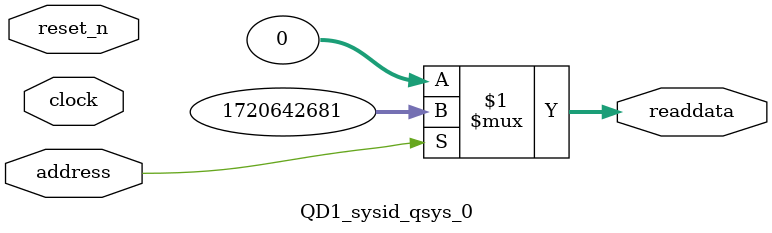
<source format=v>



// synthesis translate_off
`timescale 1ns / 1ps
// synthesis translate_on

// turn off superfluous verilog processor warnings 
// altera message_level Level1 
// altera message_off 10034 10035 10036 10037 10230 10240 10030 

module QD1_sysid_qsys_0 (
               // inputs:
                address,
                clock,
                reset_n,

               // outputs:
                readdata
             )
;

  output  [ 31: 0] readdata;
  input            address;
  input            clock;
  input            reset_n;

  wire    [ 31: 0] readdata;
  //control_slave, which is an e_avalon_slave
  assign readdata = address ? 1720642681 : 0;

endmodule



</source>
